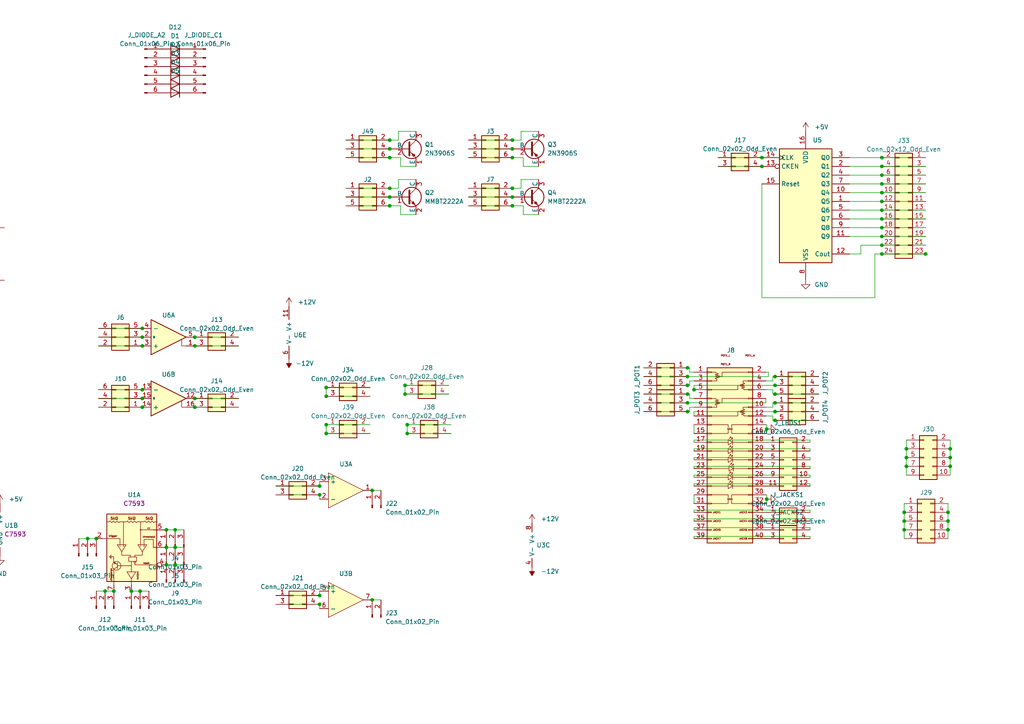
<source format=kicad_sch>
(kicad_sch (version 20230121) (generator eeschema)
  (paper "A4")
  (lib_symbols
    (symbol "Connector:Conn_01x02_Pin" (pin_names (offset 1.016) hide)
      (property "Reference" "J" (at 0 2.54 0))
      (property "Value" "Conn_01x02_Pin" (at 0 -5.08 0))
      (symbol "Conn_01x02_Pin_1_1"
        (pin passive line (at 5.08 0 180) (length 3.81) (name "Pin_1") (number "1"))
        (pin passive line (at 5.08 -2.54 180) (length 3.81) (name "Pin_2") (number "2"))
      )
    )
    (symbol "Connector:Conn_01x03_Pin" (pin_names (offset 1.016) hide)
      (property "Reference" "J" (at 0 5.08 0))
      (property "Value" "Conn_01x03_Pin" (at 0 -5.08 0))
      (symbol "Conn_01x03_Pin_1_1"
        (pin passive line (at 5.08 2.54 180) (length 3.81) (name "Pin_1") (number "1"))
        (pin passive line (at 5.08 0 180) (length 3.81) (name "Pin_2") (number "2"))
        (pin passive line (at 5.08 -2.54 180) (length 3.81) (name "Pin_3") (number "3"))
      )
    )
    (symbol "Connector:Conn_01x06_Pin" (pin_names (offset 1.016) hide)
      (property "Reference" "J" (at 0 7.62 0))
      (property "Value" "Conn_01x06_Pin" (at 0 -10.16 0))
      (symbol "Conn_01x06_Pin_1_1"
        (pin passive line (at 5.08 5.08 180) (length 3.81) (name "Pin_1") (number "1"))
        (pin passive line (at 5.08 2.54 180) (length 3.81) (name "Pin_2") (number "2"))
        (pin passive line (at 5.08 0 180) (length 3.81) (name "Pin_3") (number "3"))
        (pin passive line (at 5.08 -2.54 180) (length 3.81) (name "Pin_4") (number "4"))
        (pin passive line (at 5.08 -5.08 180) (length 3.81) (name "Pin_5") (number "5"))
        (pin passive line (at 5.08 -7.62 180) (length 3.81) (name "Pin_6") (number "6"))
      )
    )
    (symbol "Connector_Generic:Conn_02x02_Odd_Even" (pin_names (offset 1.016) hide)
      (property "Reference" "J" (at 1.27 2.54 0))
      (property "Value" "Conn_02x02_Odd_Even" (at 1.27 -5.08 0))
      (symbol "Conn_02x02_Odd_Even_1_1"
        (pin passive line (at -5.08 0 0) (length 3.81) (name "Pin_1") (number "1"))
        (pin passive line (at 7.62 0 180) (length 3.81) (name "Pin_2") (number "2"))
        (pin passive line (at -5.08 -2.54 0) (length 3.81) (name "Pin_3") (number "3"))
        (pin passive line (at 7.62 -2.54 180) (length 3.81) (name "Pin_4") (number "4"))
      )
    )
    (symbol "Connector_Generic:Conn_02x06_Odd_Even" (pin_names (offset 1.016) hide)
      (property "Reference" "J" (at 1.27 7.62 0))
      (property "Value" "Conn_02x06_Odd_Even" (at 1.27 -10.16 0))
      (symbol "Conn_02x06_Odd_Even_1_1"
        (pin passive line (at -5.08 5.08 0) (length 3.81) (name "Pin_1") (number "1"))
        (pin passive line (at 7.62 -5.08 180) (length 3.81) (name "Pin_10") (number "10"))
        (pin passive line (at -5.08 -7.62 0) (length 3.81) (name "Pin_11") (number "11"))
        (pin passive line (at 7.62 -7.62 180) (length 3.81) (name "Pin_12") (number "12"))
        (pin passive line (at 7.62 5.08 180) (length 3.81) (name "Pin_2") (number "2"))
        (pin passive line (at -5.08 2.54 0) (length 3.81) (name "Pin_3") (number "3"))
        (pin passive line (at 7.62 2.54 180) (length 3.81) (name "Pin_4") (number "4"))
        (pin passive line (at -5.08 0 0) (length 3.81) (name "Pin_5") (number "5"))
        (pin passive line (at 7.62 0 180) (length 3.81) (name "Pin_6") (number "6"))
        (pin passive line (at -5.08 -2.54 0) (length 3.81) (name "Pin_7") (number "7"))
        (pin passive line (at 7.62 -2.54 180) (length 3.81) (name "Pin_8") (number "8"))
        (pin passive line (at -5.08 -5.08 0) (length 3.81) (name "Pin_9") (number "9"))
      )
    )
    (symbol "Connector_Generic:Conn_02x12_Odd_Even" (pin_names (offset 1.016) hide)
      (property "Reference" "J" (at 1.27 15.24 0))
      (property "Value" "Conn_02x12_Odd_Even" (at 1.27 -17.78 0))
      (symbol "Conn_02x12_Odd_Even_1_1"
        (pin passive line (at -5.08 12.7 0) (length 3.81) (name "Pin_1") (number "1"))
        (pin passive line (at 7.62 2.54 180) (length 3.81) (name "Pin_10") (number "10"))
        (pin passive line (at -5.08 0 0) (length 3.81) (name "Pin_11") (number "11"))
        (pin passive line (at 7.62 0 180) (length 3.81) (name "Pin_12") (number "12"))
        (pin passive line (at -5.08 -2.54 0) (length 3.81) (name "Pin_13") (number "13"))
        (pin passive line (at 7.62 -2.54 180) (length 3.81) (name "Pin_14") (number "14"))
        (pin passive line (at -5.08 -5.08 0) (length 3.81) (name "Pin_15") (number "15"))
        (pin passive line (at 7.62 -5.08 180) (length 3.81) (name "Pin_16") (number "16"))
        (pin passive line (at -5.08 -7.62 0) (length 3.81) (name "Pin_17") (number "17"))
        (pin passive line (at 7.62 -7.62 180) (length 3.81) (name "Pin_18") (number "18"))
        (pin passive line (at -5.08 -10.16 0) (length 3.81) (name "Pin_19") (number "19"))
        (pin passive line (at 7.62 12.7 180) (length 3.81) (name "Pin_2") (number "2"))
        (pin passive line (at 7.62 -10.16 180) (length 3.81) (name "Pin_20") (number "20"))
        (pin passive line (at -5.08 -12.7 0) (length 3.81) (name "Pin_21") (number "21"))
        (pin passive line (at 7.62 -12.7 180) (length 3.81) (name "Pin_22") (number "22"))
        (pin passive line (at -5.08 -15.24 0) (length 3.81) (name "Pin_23") (number "23"))
        (pin passive line (at 7.62 -15.24 180) (length 3.81) (name "Pin_24") (number "24"))
        (pin passive line (at -5.08 10.16 0) (length 3.81) (name "Pin_3") (number "3"))
        (pin passive line (at 7.62 10.16 180) (length 3.81) (name "Pin_4") (number "4"))
        (pin passive line (at -5.08 7.62 0) (length 3.81) (name "Pin_5") (number "5"))
        (pin passive line (at 7.62 7.62 180) (length 3.81) (name "Pin_6") (number "6"))
        (pin passive line (at -5.08 5.08 0) (length 3.81) (name "Pin_7") (number "7"))
        (pin passive line (at 7.62 5.08 180) (length 3.81) (name "Pin_8") (number "8"))
        (pin passive line (at -5.08 2.54 0) (length 3.81) (name "Pin_9") (number "9"))
      )
    )
    (symbol "EuroRackTools:1N4148WS" (pin_numbers hide) (pin_names (offset 1.016) hide)
      (property "Reference" "D" (at 0 2.54 0))
      (property "Value" "1N4148WS" (at 0 -2.54 0))
      (symbol "1N4148WS_1_1"
        (pin passive line (at -3.81 0 0) (length 2.54) (name "K") (number "1"))
        (pin passive line (at 3.81 0 180) (length 2.54) (name "A") (number "2"))
      )
    )
    (symbol "EuroRackTools:2N3906S" (pin_names (offset 0))
      (property "Reference" "Q" (at 5.08 1.27 0))
      (property "Value" "2N3906S" (at 5.08 -1.27 0))
      (symbol "2N3906S_1_1"
        (pin passive line (at 2.54 -5.08 90) (length 2.54) (name "E") (number "1"))
        (pin input line (at -5.08 0 0) (length 5.715) (name "B") (number "2"))
        (pin passive line (at 2.54 5.08 270) (length 2.54) (name "C") (number "3"))
      )
    )
    (symbol "EuroRackTools:4017bm"
      (property "Reference" "U" (at 0 1.27 0))
      (symbol "4017bm_1_0"
        (pin output line (at 12.7 2.54 180) (length 5.08) (name "Q5") (number "1"))
        (pin output line (at 12.7 5.08 180) (length 5.08) (name "Q4") (number "10"))
        (pin output line (at 12.7 -7.62 180) (length 5.08) (name "Q9") (number "11"))
        (pin output line (at 12.7 -12.7 180) (length 5.08) (name "Cout") (number "12"))
        (pin input inverted (at -12.7 12.7 0) (length 5.08) (name "CKEN") (number "13"))
        (pin input clock (at -12.7 15.24 0) (length 5.08) (name "CLK") (number "14"))
        (pin input line (at -12.7 7.62 0) (length 5.08) (name "Reset") (number "15"))
        (pin power_in line (at 0 22.86 270) (length 5.08) (name "VDD") (number "16"))
        (pin output line (at 12.7 12.7 180) (length 5.08) (name "Q1") (number "2"))
        (pin output line (at 12.7 15.24 180) (length 5.08) (name "Q0") (number "3"))
        (pin output line (at 12.7 10.16 180) (length 5.08) (name "Q2") (number "4"))
        (pin output line (at 12.7 0 180) (length 5.08) (name "Q6") (number "5"))
        (pin output line (at 12.7 -2.54 180) (length 5.08) (name "Q7") (number "6"))
        (pin output line (at 12.7 7.62 180) (length 5.08) (name "Q3") (number "7"))
        (pin power_in line (at 0 -20.32 90) (length 5.08) (name "VSS") (number "8"))
        (pin output line (at 12.7 -5.08 180) (length 5.08) (name "Q8") (number "9"))
      )
    )
    (symbol "EuroRackTools:MMBT2222A" (pin_names (offset 0))
      (property "Reference" "Q" (at 5.08 1.27 0))
      (property "Value" "MMBT2222A" (at 12.7 -2.032 0))
      (symbol "MMBT2222A_1_1"
        (pin input line (at -5.08 0 0) (length 5.715) (name "B") (number "1"))
        (pin passive line (at 2.54 -5.08 90) (length 2.54) (name "E") (number "2"))
        (pin passive line (at 2.54 5.08 270) (length 2.54) (name "C") (number "3"))
      )
    )
    (symbol "EuroRackTools:NE555DR"
      (property "Reference" "U" (at 2.54 3.556 0))
      (property "LCSC" "C7593" (at 0 0 0))
      (symbol "NE555DR_1_0"
        (text "5kΩ" (at -2.413 8.382 0) (effects (font (size 0.75 0.75))))
        (text "5kΩ" (at 2.667 8.382 0) (effects (font (size 0.75 0.75))))
        (text "5kΩ" (at 7.747 8.382 0) (effects (font (size 0.75 0.75))))
        (text "cv" (at 7.62 5.588 0) (effects (font (size 0.5 0.5))))
        (text "discharge" (at -3.302 -7.874 900) (effects (font (size 0.5 0.5))))
        (text "output" (at 4.318 -8.128 900) (effects (font (size 0.5 0.5))))
        (text "reset" (at 6.858 -4.572 0) (effects (font (size 0.5 0.5))))
        (text "threshold" (at 7.62 3.048 0) (effects (font (size 0.5 0.5))))
        (text "trigger" (at -2.794 3.302 0) (effects (font (size 0.5 0.5))))
      )
      (symbol "NE555DR_1_1"
        (pin input line (at -7.62 2.54 0) (length 1.75) (name "") (number "2"))
        (pin output line (at 2.54 -12.7 90) (length 1.75) (name "") (number "3"))
        (pin input inverted (at 12.7 -5.08 180) (length 2.65) (name "") (number "4"))
        (pin input line (at 12.7 5.08 180) (length 3.81) (name "") (number "5"))
        (pin input line (at 12.7 0 180) (length 3.81) (name "") (number "6"))
        (pin input line (at -2.54 -12.7 90) (length 1.75) (name "") (number "7"))
      )
      (symbol "NE555DR_2_0"
        (pin power_in line (at 0 -5.08 90) (length 2.54) (name "GND") (number "1"))
        (pin power_in line (at 0 10.16 270) (length 2.54) (name "V+") (number "8"))
      )
    )
    (symbol "EuroRackTools:TL072"
      (property "Reference" "U" (at -1.27 0 0))
      (symbol "TL072_1_1"
        (pin output line (at 7.62 0 180) (length 2.54) (name "") (number "1"))
        (pin input line (at -7.62 -2.54 0) (length 2.54) (name "-") (number "2"))
        (pin input line (at -7.62 2.54 0) (length 2.54) (name "+") (number "3"))
      )
      (symbol "TL072_2_1"
        (pin input line (at -7.62 2.54 0) (length 2.54) (name "+") (number "5"))
        (pin input line (at -7.62 -2.54 0) (length 2.54) (name "-") (number "6"))
        (pin output line (at 7.62 0 180) (length 2.54) (name "") (number "7"))
      )
      (symbol "TL072_3_0"
        (pin power_in line (at -2.54 -6.35 90) (length 2.54) (name "V-") (number "4"))
        (pin power_in line (at -2.54 6.35 270) (length 2.54) (name "V+") (number "8"))
      )
    )
    (symbol "PCM_EuroRackTools:02x03" (pin_names (offset 1.016) hide)
      (property "Reference" "J" (at 1.27 5.08 0))
      (symbol "02x03_1_1"
        (pin passive line (at -5.08 2.54 0) (length 3.81) (name "Pin_1") (number "1"))
        (pin passive line (at 7.62 2.54 180) (length 3.81) (name "Pin_2") (number "2"))
        (pin passive line (at -5.08 0 0) (length 3.81) (name "Pin_3") (number "3"))
        (pin passive line (at 7.62 0 180) (length 3.81) (name "Pin_4") (number "4"))
        (pin passive line (at -5.08 -2.54 0) (length 3.81) (name "Pin_5") (number "5"))
        (pin passive line (at 7.62 -2.54 180) (length 3.81) (name "Pin_6") (number "6"))
      )
    )
    (symbol "PCM_EuroRackTools:02x05" (pin_names (offset 1.016) hide)
      (property "Reference" "J" (at 1.27 7.62 0))
      (symbol "02x05_1_1"
        (pin passive line (at -5.08 5.08 0) (length 3.81) (name "Pin_1") (number "1"))
        (pin passive line (at 7.62 -5.08 180) (length 3.81) (name "Pin_10") (number "10"))
        (pin passive line (at 7.62 5.08 180) (length 3.81) (name "Pin_2") (number "2"))
        (pin passive line (at -5.08 2.54 0) (length 3.81) (name "Pin_3") (number "3"))
        (pin passive line (at 7.62 2.54 180) (length 3.81) (name "Pin_4") (number "4"))
        (pin passive line (at -5.08 0 0) (length 3.81) (name "Pin_5") (number "5"))
        (pin passive line (at 7.62 0 180) (length 3.81) (name "Pin_6") (number "6"))
        (pin passive line (at -5.08 -2.54 0) (length 3.81) (name "Pin_7") (number "7"))
        (pin passive line (at 7.62 -2.54 180) (length 3.81) (name "Pin_8") (number "8"))
        (pin passive line (at -5.08 -5.08 0) (length 3.81) (name "Pin_9") (number "9"))
      )
    )
    (symbol "PCM_EuroRackTools:EuroPower16" (pin_names (offset 1.016) hide)
      (property "Reference" "J" (at 1.27 10.16 0))
      (symbol "EuroPower16_0_0"
        (text "+12v" (at 1.27 0 0) (effects (font (size 0.8 0.8))))
        (text "+5v" (at 1.27 2.54 0) (effects (font (size 0.8 0.8))))
        (text "-12v" (at 1.27 -10.16 0) (effects (font (size 0.8 0.8))))
        (text "CV" (at 1.27 5.08 0) (effects (font (size 0.8 0.8))))
        (text "GATE" (at 1.27 7.62 0) (effects (font (size 0.8 0.8))))
        (text "GND" (at 1.27 -7.62 0) (effects (font (size 0.8 0.8))))
        (text "GND" (at 1.27 -5.08 0) (effects (font (size 0.8 0.8))))
        (text "GND" (at 1.27 -2.54 0) (effects (font (size 0.8 0.8))))
      )
      (symbol "EuroPower16_1_1"
        (pin power_out line (at 7.62 -10.16 180) (length 3.81) (name "-12v_R") (number "1"))
        (pin power_out line (at -5.08 0 0) (length 3.81) (name "+12V_L") (number "10"))
        (pin power_out line (at 7.62 2.54 180) (length 3.81) (name "+5v_R") (number "11"))
        (pin power_out line (at -5.08 2.54 0) (length 3.81) (name "+5v_L") (number "12"))
        (pin passive line (at 7.62 5.08 180) (length 3.81) (name "CV_R") (number "13"))
        (pin passive line (at -5.08 5.08 0) (length 3.81) (name "CV_L") (number "14"))
        (pin passive line (at 7.62 7.62 180) (length 3.81) (name "GATE_R") (number "15"))
        (pin passive line (at -5.08 7.62 0) (length 3.81) (name "GATE_L") (number "16"))
        (pin power_out line (at -5.08 -10.16 0) (length 3.81) (name "-12v_L") (number "2"))
        (pin power_out line (at 7.62 -7.62 180) (length 3.81) (name "GND") (number "3"))
        (pin power_out line (at -5.08 -7.62 0) (length 3.81) (name "GND") (number "4"))
        (pin power_out line (at 7.62 -5.08 180) (length 3.81) (name "GND_R3") (number "5"))
        (pin power_out line (at -5.08 -5.08 0) (length 3.81) (name "GND_L3") (number "6"))
        (pin power_out line (at 7.62 -2.54 180) (length 3.81) (name "GND_R2") (number "7"))
        (pin power_out line (at -5.08 -2.54 0) (length 3.81) (name "GND_L2") (number "8"))
        (pin power_out line (at 7.62 0 180) (length 3.81) (name "+12V_R") (number "9"))
      )
    )
    (symbol "PCM_EuroRackTools:XL13700"
      (property "Reference" "U" (at -1.27 0 0))
      (symbol "XL13700_1_1"
        (pin input line (at 7.62 -2.54 180) (length 2.54) (name "~") (number "1"))
        (pin input line (at -7.62 0 0) (length 2.54) (name "D") (number "2"))
        (pin input line (at -7.62 -2.54 0) (length 2.54) (name "+") (number "3"))
        (pin input line (at -7.62 2.54 0) (length 2.54) (name "-") (number "4"))
        (pin output line (at 7.62 0 180) (length 2.54) (name "~") (number "5"))
      )
      (symbol "XL13700_2_1"
        (pin output line (at 7.62 0 180) (length 2.54) (name "~") (number "12"))
        (pin input line (at -7.62 2.54 0) (length 2.54) (name "-") (number "13"))
        (pin input line (at -7.62 -2.54 0) (length 2.54) (name "+") (number "14"))
        (pin input line (at -7.62 0 0) (length 2.54) (name "D") (number "15"))
        (pin input line (at 7.62 -2.54 180) (length 2.54) (name "~") (number "16"))
      )
      (symbol "XL13700_3_1"
        (text "V+" (at -2.54 3.81 0) (effects (font (size 1.27 1.27))))
        (pin input line (at -7.62 0 0) (length 3.81) (name "~") (number "7"))
        (pin output line (at 2.54 -2.54 180) (length 3.81) (name "~") (number "8"))
      )
      (symbol "XL13700_4_1"
        (text "V+" (at -2.54 3.81 0) (effects (font (size 1.27 1.27))))
        (pin input line (at -7.62 0 0) (length 3.81) (name "~") (number "10"))
        (pin output line (at 2.54 -2.54 180) (length 3.81) (name "~") (number "9"))
      )
      (symbol "XL13700_5_1"
        (pin power_in line (at -2.54 7.62 270) (length 3.81) (name "V+") (number "11"))
        (pin power_in line (at -2.54 -7.62 90) (length 3.81) (name "V-") (number "6"))
      )
    )
    (symbol "PCM_EuroRackTools:male 02x20" (pin_names (offset 1.016) hide)
      (property "Reference" "J" (at 1.27 25.4 0))
      (symbol "male 02x20_0_1"
        (text "GND" (at 5.334 -13.97 0) (effects (font (size 0.5 0.5))))
        (text "GND" (at 5.334 6.35 0) (effects (font (size 0.5 0.5))))
        (text "JACK1" (at 1.524 -17.78 0) (effects (font (size 0.5 0.5))))
        (text "JACK2" (at 9.144 -17.78 0) (effects (font (size 0.5 0.5))))
        (text "JACK3" (at 1.524 -20.32 0) (effects (font (size 0.5 0.5))))
        (text "JACK4" (at 9.144 -20.32 0) (effects (font (size 0.5 0.5))))
        (text "JACK5" (at 1.524 -22.86 0) (effects (font (size 0.5 0.5))))
        (text "JACK6" (at 9.144 -22.86 0) (effects (font (size 0.5 0.5))))
        (text "JACK7" (at 1.524 -25.4 0) (effects (font (size 0.5 0.5))))
        (text "JACK8" (at 9.144 -25.4 0) (effects (font (size 0.5 0.5))))
        (text "POT1_L" (at 4.064 27.686 0) (effects (font (size 0.5 0.5))))
        (text "POT1_R" (at 4.064 25.146 0) (effects (font (size 0.5 0.5))))
        (text "POT1_W" (at 11.176 27.686 0) (effects (font (size 0.5 0.5))))
      )
      (symbol "male 02x20_1_1"
        (pin passive line (at -5.08 22.86 0) (length 3.81) (name "Pin_1") (number "1"))
        (pin passive line (at 15.748 12.7 180) (length 3.81) (name "Pin_10") (number "10"))
        (pin passive line (at -5.08 10.16 0) (length 3.81) (name "Pin_11") (number "11"))
        (pin passive line (at 15.748 10.16 180) (length 3.81) (name "Pin_12") (number "12"))
        (pin passive line (at -5.08 7.62 0) (length 3.81) (name "Pin_13") (number "13"))
        (pin passive line (at 15.748 7.62 180) (length 3.81) (name "Pin_14") (number "14"))
        (pin passive line (at -5.08 5.08 0) (length 3.81) (name "Pin_15") (number "15"))
        (pin passive line (at 15.748 5.08 180) (length 3.81) (name "Pin_16") (number "16"))
        (pin passive line (at -5.08 2.54 0) (length 3.81) (name "Pin_17") (number "17"))
        (pin passive line (at 15.748 2.54 180) (length 3.81) (name "Pin_18") (number "18"))
        (pin passive line (at -5.08 0 0) (length 3.81) (name "Pin_19") (number "19"))
        (pin passive line (at 15.748 22.86 180) (length 3.81) (name "Pin_2") (number "2"))
        (pin passive line (at 15.748 0 180) (length 3.81) (name "Pin_20") (number "20"))
        (pin passive line (at -5.08 -2.54 0) (length 3.81) (name "Pin_21") (number "21"))
        (pin passive line (at 15.748 -2.54 180) (length 3.81) (name "Pin_22") (number "22"))
        (pin passive line (at -5.08 -5.08 0) (length 3.81) (name "Pin_23") (number "23"))
        (pin passive line (at 15.748 -5.08 180) (length 3.81) (name "Pin_24") (number "24"))
        (pin passive line (at -5.08 -7.62 0) (length 3.81) (name "Pin_25") (number "25"))
        (pin passive line (at 15.748 -7.62 180) (length 3.81) (name "Pin_26") (number "26"))
        (pin passive line (at -5.08 -10.16 0) (length 3.81) (name "Pin_27") (number "27"))
        (pin passive line (at 15.748 -10.16 180) (length 3.81) (name "Pin_28") (number "28"))
        (pin passive line (at -5.08 -12.7 0) (length 3.81) (name "Pin_29") (number "29"))
        (pin passive line (at -5.08 20.32 0) (length 3.81) (name "Pin_3") (number "3"))
        (pin passive line (at 15.748 -12.7 180) (length 3.81) (name "Pin_30") (number "30"))
        (pin passive line (at -5.08 -15.24 0) (length 3.81) (name "Pin_31") (number "31"))
        (pin passive line (at 15.748 -15.24 180) (length 3.81) (name "Pin_32") (number "32"))
        (pin passive line (at -5.08 -17.78 0) (length 3.81) (name "Pin_33") (number "33"))
        (pin passive line (at 15.748 -17.78 180) (length 3.81) (name "Pin_34") (number "34"))
        (pin passive line (at -5.08 -20.32 0) (length 3.81) (name "Pin_35") (number "35"))
        (pin passive line (at 15.748 -20.32 180) (length 3.81) (name "Pin_36") (number "36"))
        (pin passive line (at -5.08 -22.86 0) (length 3.81) (name "Pin_37") (number "37"))
        (pin passive line (at 15.748 -22.86 180) (length 3.81) (name "Pin_38") (number "38"))
        (pin passive line (at -5.08 -25.4 0) (length 3.81) (name "Pin_39") (number "39"))
        (pin passive line (at 15.748 20.32 180) (length 3.81) (name "Pin_4") (number "4"))
        (pin passive line (at 15.748 -25.4 180) (length 3.81) (name "Pin_40") (number "40"))
        (pin passive line (at -5.08 17.78 0) (length 3.81) (name "Pin_5") (number "5"))
        (pin passive line (at 15.748 17.78 180) (length 3.81) (name "Pin_6") (number "6"))
        (pin passive line (at -5.08 15.24 0) (length 3.81) (name "Pin_7") (number "7"))
        (pin passive line (at 15.748 15.24 180) (length 3.81) (name "Pin_8") (number "8"))
        (pin passive line (at -5.08 12.7 0) (length 3.81) (name "Pin_9") (number "9"))
      )
    )
    (symbol "power:+12V" (power) (pin_names (offset 0))
      (property "Value" "+12V" (at 0 3.556 0))
      (symbol "+12V_1_1"
        (pin power_in line (at 0 0 90) (length 0) hide (name "+12V") (number "1"))
      )
    )
    (symbol "power:+5V" (power) (pin_names (offset 0))
      (property "Value" "+5V" (at 0 3.556 0))
      (symbol "+5V_1_1"
        (pin power_in line (at 0 0 90) (length 0) hide (name "+5V") (number "1"))
      )
    )
    (symbol "power:-12V" (power) (pin_names (offset 0))
      (property "Value" "-12V" (at 0 3.81 0))
      (symbol "-12V_0_0"
        (pin power_in line (at 0 0 90) (length 0) hide (name "-12V") (number "1"))
      )
    )
    (symbol "power:GND" (power) (pin_names (offset 0))
      (property "Value" "GND" (at 0 -3.81 0))
      (symbol "GND_1_1"
        (pin power_in line (at 0 0 270) (length 0) hide (name "GND") (number "1"))
      )
    )
  )
  (junction (at 113.03 59.69))
  (junction (at 148.59 40.64))
  (junction (at 222.377 124.46))
  (junction (at 224.79 116.84))
  (junction (at 255.778 71.12))
  (junction (at 262.89 130.175))
  (junction (at 148.59 59.69))
  (junction (at 347.345 133.35))
  (junction (at 148.59 54.61))
  (junction (at 383.54 145.034))
  (junction (at 56.515 100.33))
  (junction (at 370.84 145.034))
  (junction (at 113.03 40.64))
  (junction (at 334.645 133.35))
  (junction (at 255.778 60.96))
  (junction (at 27.94 156.21))
  (junction (at 325.755 111.76))
  (junction (at 383.54 150.114))
  (junction (at 275.59 130.175))
  (junction (at 358.14 90.805))
  (junction (at 383.54 139.954))
  (junction (at 50.8 163.83))
  (junction (at 224.79 109.22))
  (junction (at 201.295 113.03))
  (junction (at 48.26 153.67))
  (junction (at 338.455 111.76))
  (junction (at 113.03 57.15))
  (junction (at 40.64 171.45))
  (junction (at 255.778 58.42))
  (junction (at 41.275 100.33))
  (junction (at 262.89 135.255))
  (junction (at 347.345 135.89))
  (junction (at 113.03 45.72))
  (junction (at 33.02 171.45))
  (junction (at 275.59 132.715))
  (junction (at 268.478 73.66))
  (junction (at 56.515 97.79))
  (junction (at 199.39 114.3))
  (junction (at 148.59 57.15))
  (junction (at 41.275 97.79))
  (junction (at 199.39 109.22))
  (junction (at 92.71 172.72))
  (junction (at 41.275 95.25))
  (junction (at 274.955 151.13))
  (junction (at 199.39 119.38))
  (junction (at 338.455 109.22))
  (junction (at 38.1 171.45))
  (junction (at 262.255 151.13))
  (junction (at 224.79 114.3))
  (junction (at 92.71 143.51))
  (junction (at 93.98 255.27))
  (junction (at 94.615 123.19))
  (junction (at 334.645 130.81))
  (junction (at 347.345 138.43))
  (junction (at 220.98 45.72))
  (junction (at 255.778 48.26))
  (junction (at 113.03 54.61))
  (junction (at 199.39 116.84))
  (junction (at 347.345 130.81))
  (junction (at 262.255 153.67))
  (junction (at 117.475 111.76))
  (junction (at 255.778 45.72))
  (junction (at 347.345 128.27))
  (junction (at 50.8 158.75))
  (junction (at 370.84 88.265))
  (junction (at 383.54 147.574))
  (junction (at 56.515 118.11))
  (junction (at 255.778 63.5))
  (junction (at 199.39 111.76))
  (junction (at 107.95 173.99))
  (junction (at 107.95 142.24))
  (junction (at 30.48 171.45))
  (junction (at 370.84 100.965))
  (junction (at 117.475 114.3))
  (junction (at 255.778 73.66))
  (junction (at 48.26 158.75))
  (junction (at 109.22 224.79))
  (junction (at 148.59 43.18))
  (junction (at 255.778 55.88))
  (junction (at 41.275 118.11))
  (junction (at 109.22 256.54))
  (junction (at 94.615 114.935))
  (junction (at 338.455 116.84))
  (junction (at 370.84 142.494))
  (junction (at 148.59 45.72))
  (junction (at 338.455 106.68))
  (junction (at 370.84 98.425))
  (junction (at 255.778 53.34))
  (junction (at 222.377 144.78))
  (junction (at 275.59 135.255))
  (junction (at 358.14 93.345))
  (junction (at 274.955 148.59))
  (junction (at 338.455 114.3))
  (junction (at 93.98 257.81))
  (junction (at 224.79 121.92))
  (junction (at 25.4 156.21))
  (junction (at 224.79 111.76))
  (junction (at 92.71 140.97))
  (junction (at 262.255 148.59))
  (junction (at 93.98 223.52))
  (junction (at 255.778 66.04))
  (junction (at 224.79 119.38))
  (junction (at 113.03 43.18))
  (junction (at 56.515 115.57))
  (junction (at 325.755 109.22))
  (junction (at 41.275 115.57))
  (junction (at 255.778 50.8))
  (junction (at 94.615 112.395))
  (junction (at 48.26 163.83))
  (junction (at 41.275 113.03))
  (junction (at 255.778 68.58))
  (junction (at 199.39 106.68))
  (junction (at 92.71 175.26))
  (junction (at 383.54 142.494))
  (junction (at 118.11 123.19))
  (junction (at 118.11 125.73))
  (junction (at 358.14 95.885))
  (junction (at 274.955 153.67))
  (junction (at 220.98 48.26))
  (junction (at 370.84 93.345))
  (junction (at 262.89 132.715))
  (junction (at 50.8 153.67))
  (junction (at 94.615 125.73))
  (junction (at 93.98 226.06))
  (wire (pts (xy 201.295 146.05) (xy 201.295 143.51)))
  (wire (pts (xy 115.57 52.07) (xy 115.57 54.61)))
  (wire (pts (xy 234.95 140.97) (xy 234.95 140.335)))
  (wire (pts (xy 262.255 153.67) (xy 262.255 156.21)))
  (wire (pts (xy 274.955 148.59) (xy 274.955 151.13)))
  (wire (pts (xy 116.205 59.69) (xy 113.03 59.69)))
  (wire (pts (xy 383.54 142.494) (xy 383.54 145.034)))
  (wire (pts (xy 50.8 153.67) (xy 53.34 153.67)))
  (wire (pts (xy 199.39 119.38) (xy 200.025 119.38)))
  (wire (pts (xy 200.025 106.68) (xy 200.025 107.95)))
  (wire (pts (xy 334.645 128.27) (xy 347.345 128.27)))
  (wire (pts (xy 151.13 38.1) (xy 151.13 40.64)))
  (wire (pts (xy 201.295 153.035) (xy 201.295 153.67)))
  (wire (pts (xy 116.205 45.72) (xy 113.03 45.72)))
  (wire (pts (xy 151.765 59.69) (xy 148.59 59.69)))
  (wire (pts (xy 262.89 130.175) (xy 262.89 132.715)))
  (wire (pts (xy 92.71 175.26) (xy 92.71 176.53)))
  (wire (pts (xy 370.84 139.954) (xy 383.54 139.954)))
  (wire (pts (xy 200.025 115.57) (xy 201.295 115.57)))
  (wire (pts (xy 347.345 130.81) (xy 347.345 133.35)))
  (wire (pts (xy 222.123 130.81) (xy 222.25 130.81)))
  (wire (pts (xy 234.95 132.715) (xy 201.295 132.715)))
  (wire (pts (xy 220.98 53.34) (xy 220.98 86.36)))
  (wire (pts (xy 246.38 48.26) (xy 255.778 48.26)))
  (wire (pts (xy 120.65 62.23) (xy 116.205 62.23)))
  (wire (pts (xy 234.95 153.67) (xy 234.95 153.035)))
  (wire (pts (xy 186.69 111.76) (xy 199.39 111.76)))
  (wire (pts (xy 222.123 151.13) (xy 222.25 151.13)))
  (wire (pts (xy 115.57 40.64) (xy 113.03 40.64)))
  (wire (pts (xy 262.89 132.715) (xy 262.89 135.255)))
  (wire (pts (xy 222.123 115.57) (xy 222.123 116.84)))
  (wire (pts (xy 338.455 109.22) (xy 338.455 111.76)))
  (wire (pts (xy 120.65 52.07) (xy 115.57 52.07)))
  (wire (pts (xy 274.955 151.13) (xy 274.955 153.67)))
  (wire (pts (xy 370.84 142.494) (xy 370.84 145.034)))
  (wire (pts (xy 224.79 119.38) (xy 201.295 119.38)))
  (wire (pts (xy 81.28 226.06) (xy 93.98 226.06)))
  (wire (pts (xy 234.95 130.175) (xy 201.295 130.175)))
  (wire (pts (xy 358.14 100.965) (xy 370.84 100.965)))
  (wire (pts (xy 40.64 171.45) (xy 43.18 171.45)))
  (wire (pts (xy 201.295 111.76) (xy 201.295 113.03)))
  (wire (pts (xy 80.01 175.26) (xy 92.71 175.26)))
  (wire (pts (xy 92.71 140.97) (xy 80.01 140.97)))
  (wire (pts (xy 255.778 68.58) (xy 268.478 68.58)))
  (wire (pts (xy 246.38 66.04) (xy 255.778 66.04)))
  (wire (pts (xy 255.778 45.72) (xy 268.478 45.72)))
  (wire (pts (xy 222.123 125.73) (xy 222.377 125.73)))
  (wire (pts (xy 118.11 125.73) (xy 130.81 125.73)))
  (wire (pts (xy 200.025 119.38) (xy 200.025 118.11)))
  (wire (pts (xy 224.79 119.38) (xy 237.49 119.38)))
  (wire (pts (xy 201.295 155.575) (xy 201.295 156.21)))
  (wire (pts (xy 48.26 163.83) (xy 50.8 163.83)))
  (wire (pts (xy 222.377 144.78) (xy 222.377 146.05)))
  (wire (pts (xy 151.13 54.61) (xy 148.59 54.61)))
  (wire (pts (xy 93.98 222.25) (xy 93.98 223.52)))
  (wire (pts (xy 201.295 147.955) (xy 201.295 148.59)))
  (wire (pts (xy 186.69 114.3) (xy 199.39 114.3)))
  (wire (pts (xy 246.38 73.66) (xy 249.682 73.66)))
  (wire (pts (xy 117.475 114.3) (xy 130.175 114.3)))
  (wire (pts (xy 200.025 114.3) (xy 200.025 115.57)))
  (wire (pts (xy 48.26 158.75) (xy 50.8 158.75)))
  (wire (pts (xy 115.57 54.61) (xy 113.03 54.61)))
  (wire (pts (xy 224.79 109.22) (xy 237.49 109.22)))
  (wire (pts (xy 222.123 118.11) (xy 224.155 118.11)))
  (wire (pts (xy 130.81 123.19) (xy 118.11 123.19)))
  (wire (pts (xy 234.95 128.27) (xy 234.95 127.635)))
  (wire (pts (xy 113.03 54.61) (xy 100.33 54.61)))
  (wire (pts (xy 107.95 173.99) (xy 110.49 173.99)))
  (wire (pts (xy 253.746 86.36) (xy 253.746 73.66)))
  (wire (pts (xy 325.755 114.3) (xy 338.455 114.3)))
  (wire (pts (xy 120.65 48.26) (xy 116.205 48.26)))
  (wire (pts (xy 151.13 40.64) (xy 148.59 40.64)))
  (wire (pts (xy 27.94 171.45) (xy 30.48 171.45)))
  (wire (pts (xy 94.615 112.395) (xy 94.615 114.935)))
  (wire (pts (xy 275.59 132.715) (xy 275.59 135.255)))
  (wire (pts (xy 80.01 143.51) (xy 92.71 143.51)))
  (wire (pts (xy 92.71 172.72) (xy 80.01 172.72)))
  (wire (pts (xy 28.575 118.11) (xy 41.275 118.11)))
  (wire (pts (xy 135.89 57.15) (xy 148.59 57.15)))
  (wire (pts (xy 234.95 148.59) (xy 234.95 147.955)))
  (wire (pts (xy 201.295 127.635) (xy 201.295 128.27)))
  (wire (pts (xy 50.8 163.83) (xy 53.34 163.83)))
  (wire (pts (xy 325.755 111.76) (xy 338.455 111.76)))
  (wire (pts (xy 93.98 223.52) (xy 81.28 223.52)))
  (wire (pts (xy 201.295 140.335) (xy 201.295 140.97)))
  (wire (pts (xy 358.14 90.805) (xy 358.14 93.345)))
  (wire (pts (xy 48.26 163.83) (xy 48.26 165.1)))
  (wire (pts (xy 224.79 121.92) (xy 237.49 121.92)))
  (wire (pts (xy 222.123 146.05) (xy 222.377 146.05)))
  (wire (pts (xy 38.1 171.45) (xy 40.64 171.45)))
  (wire (pts (xy 224.79 109.22) (xy 224.155 109.22)))
  (wire (pts (xy 268.478 73.66) (xy 268.732 73.66)))
  (wire (pts (xy 109.22 224.79) (xy 111.76 224.79)))
  (wire (pts (xy 100.33 43.18) (xy 113.03 43.18)))
  (wire (pts (xy 113.03 40.64) (xy 100.33 40.64)))
  (wire (pts (xy 156.21 62.23) (xy 151.765 62.23)))
  (wire (pts (xy 358.14 95.885) (xy 370.84 95.885)))
  (wire (pts (xy 69.215 97.79) (xy 56.515 97.79)))
  (wire (pts (xy 222.377 124.46) (xy 222.377 125.73)))
  (wire (pts (xy 92.71 171.45) (xy 92.71 172.72)))
  (wire (pts (xy 222.123 110.49) (xy 224.155 110.49)))
  (wire (pts (xy 151.765 48.26) (xy 151.765 45.72)))
  (wire (pts (xy 234.95 153.035) (xy 201.295 153.035)))
  (wire (pts (xy 113.03 59.69) (xy 100.33 59.69)))
  (wire (pts (xy 208.28 45.72) (xy 220.98 45.72)))
  (wire (pts (xy 156.21 48.26) (xy 151.765 48.26)))
  (wire (pts (xy 370.84 150.114) (xy 383.54 150.114)))
  (wire (pts (xy 116.205 62.23) (xy 116.205 59.69)))
  (wire (pts (xy 30.48 171.45) (xy 33.02 171.45)))
  (wire (pts (xy 234.95 130.81) (xy 234.95 130.175)))
  (wire (pts (xy 92.71 139.7) (xy 92.71 140.97)))
  (wire (pts (xy 234.95 135.89) (xy 234.95 135.255)))
  (wire (pts (xy 200.025 111.76) (xy 200.025 110.49)))
  (wire (pts (xy 334.645 135.89) (xy 347.345 135.89)))
  (wire (pts (xy 358.14 90.805) (xy 370.84 90.805)))
  (wire (pts (xy 234.95 138.43) (xy 234.95 137.795)))
  (wire (pts (xy 222.123 123.19) (xy 222.377 123.19)))
  (wire (pts (xy 358.14 88.265) (xy 370.84 88.265)))
  (wire (pts (xy 200.025 107.95) (xy 201.295 107.95)))
  (wire (pts (xy 255.778 53.34) (xy 268.478 53.34)))
  (wire (pts (xy 224.155 114.3) (xy 224.79 114.3)))
  (wire (pts (xy 253.746 73.66) (xy 255.778 73.66)))
  (wire (pts (xy 234.95 127.635) (xy 201.295 127.635)))
  (wire (pts (xy 255.778 66.04) (xy 268.478 66.04)))
  (wire (pts (xy 130.175 111.76) (xy 117.475 111.76)))
  (wire (pts (xy 48.26 157.48) (xy 48.26 158.75)))
  (wire (pts (xy 93.98 226.06) (xy 93.98 227.33)))
  (wire (pts (xy 186.69 119.38) (xy 199.39 119.38)))
  (wire (pts (xy 186.69 116.84) (xy 199.39 116.84)))
  (wire (pts (xy 201.295 113.03) (xy 201.422 113.03)))
  (wire (pts (xy 28.575 97.79) (xy 41.275 97.79)))
  (wire (pts (xy 48.26 162.56) (xy 48.26 163.83)))
  (wire (pts (xy 118.11 123.19) (xy 118.11 125.73)))
  (wire (pts (xy 222.123 143.51) (xy 222.377 143.51)))
  (wire (pts (xy 107.315 112.395) (xy 94.615 112.395)))
  (wire (pts (xy 325.755 109.22) (xy 325.755 111.76)))
  (wire (pts (xy 56.515 118.11) (xy 69.215 118.11)))
  (wire (pts (xy 94.615 123.19) (xy 94.615 125.73)))
  (wire (pts (xy 383.54 142.494) (xy 370.84 142.494)))
  (wire (pts (xy 199.39 109.22) (xy 222.885 109.22)))
  (wire (pts (xy 358.14 93.345) (xy 358.14 95.885)))
  (wire (pts (xy 200.025 118.11) (xy 201.295 118.11)))
  (wire (pts (xy 93.98 257.81) (xy 93.98 259.08)))
  (wire (pts (xy 199.39 114.3) (xy 200.025 114.3)))
  (wire (pts (xy 334.645 130.81) (xy 334.645 133.35)))
  (wire (pts (xy 148.59 40.64) (xy 135.89 40.64)))
  (wire (pts (xy 22.86 156.21) (xy 25.4 156.21)))
  (wire (pts (xy 246.38 68.58) (xy 255.778 68.58)))
  (wire (pts (xy 234.95 155.575) (xy 201.295 155.575)))
  (wire (pts (xy 201.295 119.38) (xy 201.295 120.65)))
  (wire (pts (xy 48.26 158.75) (xy 48.26 160.02)))
  (wire (pts (xy 234.95 156.21) (xy 234.95 155.575)))
  (wire (pts (xy 186.69 109.22) (xy 199.39 109.22)))
  (wire (pts (xy 186.69 106.68) (xy 199.39 106.68)))
  (wire (pts (xy 255.778 73.66) (xy 268.478 73.66)))
  (wire (pts (xy 201.295 130.175) (xy 201.295 130.81)))
  (wire (pts (xy 224.79 114.3) (xy 237.49 114.3)))
  (wire (pts (xy 325.755 116.84) (xy 338.455 116.84)))
  (wire (pts (xy 222.123 128.27) (xy 222.25 128.27)))
  (wire (pts (xy 246.38 58.42) (xy 255.778 58.42)))
  (wire (pts (xy 234.95 135.255) (xy 201.295 135.255)))
  (wire (pts (xy 274.955 146.05) (xy 274.955 148.59)))
  (wire (pts (xy 201.295 132.715) (xy 201.295 133.35)))
  (wire (pts (xy 156.21 52.07) (xy 151.13 52.07)))
  (wire (pts (xy 347.345 130.81) (xy 334.645 130.81)))
  (wire (pts (xy 222.123 107.95) (xy 222.885 107.95)))
  (wire (pts (xy 275.59 127.635) (xy 275.59 130.175)))
  (wire (pts (xy 234.95 137.795) (xy 201.295 137.795)))
  (wire (pts (xy 50.8 158.75) (xy 53.34 158.75)))
  (wire (pts (xy 208.28 48.26) (xy 220.98 48.26)))
  (wire (pts (xy 69.215 115.57) (xy 56.515 115.57)))
  (wire (pts (xy 224.79 116.84) (xy 237.49 116.84)))
  (wire (pts (xy 222.885 107.95) (xy 222.885 109.22)))
  (wire (pts (xy 151.13 52.07) (xy 151.13 54.61)))
  (wire (pts (xy 224.79 111.76) (xy 201.295 111.76)))
  (wire (pts (xy 358.14 106.045) (xy 370.84 106.045)))
  (wire (pts (xy 255.778 71.12) (xy 268.478 71.12)))
  (wire (pts (xy 275.59 130.175) (xy 275.59 132.715)))
  (wire (pts (xy 334.645 138.43) (xy 347.345 138.43)))
  (wire (pts (xy 224.155 121.92) (xy 224.79 121.92)))
  (wire (pts (xy 246.38 45.72) (xy 255.778 45.72)))
  (wire (pts (xy 148.59 59.69) (xy 135.89 59.69)))
  (wire (pts (xy 234.95 151.13) (xy 234.95 150.495)))
  (wire (pts (xy 370.84 145.034) (xy 383.54 145.034)))
  (wire (pts (xy 325.755 106.68) (xy 338.455 106.68)))
  (wire (pts (xy 234.95 140.335) (xy 201.295 140.335)))
  (wire (pts (xy 222.123 138.43) (xy 222.25 138.43)))
  (wire (pts (xy 246.38 55.88) (xy 255.778 55.88)))
  (wire (pts (xy 25.4 156.21) (xy 27.94 156.21)))
  (wire (pts (xy 224.155 121.92) (xy 224.155 120.65)))
  (wire (pts (xy 334.645 133.35) (xy 347.345 133.35)))
  (wire (pts (xy 262.255 148.59) (xy 262.255 151.13)))
  (wire (pts (xy 48.26 153.67) (xy 50.8 153.67)))
  (wire (pts (xy 135.89 43.18) (xy 148.59 43.18)))
  (wire (pts (xy 275.59 135.255) (xy 275.59 137.795)))
  (wire (pts (xy 224.79 111.76) (xy 237.49 111.76)))
  (wire (pts (xy 222.123 133.35) (xy 222.25 133.35)))
  (wire (pts (xy 56.515 100.33) (xy 69.215 100.33)))
  (wire (pts (xy 246.38 60.96) (xy 255.778 60.96)))
  (wire (pts (xy 199.39 111.76) (xy 200.025 111.76)))
  (wire (pts (xy 93.98 255.27) (xy 81.28 255.27)))
  (wire (pts (xy 262.255 151.13) (xy 262.255 153.67)))
  (wire (pts (xy 234.95 150.495) (xy 201.295 150.495)))
  (wire (pts (xy 100.33 57.15) (xy 113.03 57.15)))
  (wire (pts (xy 246.38 50.8) (xy 255.778 50.8)))
  (wire (pts (xy 234.95 147.955) (xy 201.295 147.955)))
  (wire (pts (xy 222.123 148.59) (xy 222.25 148.59)))
  (wire (pts (xy 358.14 98.425) (xy 370.84 98.425)))
  (wire (pts (xy 224.155 114.3) (xy 224.155 113.03)))
  (wire (pts (xy 93.98 254) (xy 93.98 255.27)))
  (wire (pts (xy 199.39 116.84) (xy 222.123 116.84)))
  (wire (pts (xy 222.123 140.97) (xy 222.25 140.97)))
  (wire (pts (xy 224.79 116.84) (xy 224.155 116.84)))
  (wire (pts (xy 117.475 111.76) (xy 117.475 114.3)))
  (wire (pts (xy 224.155 109.22) (xy 224.155 110.49)))
  (wire (pts (xy 201.295 137.795) (xy 201.295 138.43)))
  (wire (pts (xy 201.295 150.495) (xy 201.295 151.13)))
  (wire (pts (xy 274.955 153.67) (xy 274.955 156.21)))
  (wire (pts (xy 262.89 135.255) (xy 262.89 137.795)))
  (wire (pts (xy 28.575 100.33) (xy 41.275 100.33)))
  (wire (pts (xy 222.123 120.65) (xy 224.155 120.65)))
  (wire (pts (xy 81.28 257.81) (xy 93.98 257.81)))
  (wire (pts (xy 156.21 38.1) (xy 151.13 38.1)))
  (wire (pts (xy 255.778 48.26) (xy 268.478 48.26)))
  (wire (pts (xy 220.98 86.36) (xy 253.746 86.36)))
  (wire (pts (xy 246.38 53.34) (xy 255.778 53.34)))
  (wire (pts (xy 200.025 110.49) (xy 201.295 110.49)))
  (wire (pts (xy 255.778 60.96) (xy 268.478 60.96)))
  (wire (pts (xy 262.255 146.05) (xy 262.255 148.59)))
  (wire (pts (xy 92.71 143.51) (xy 92.71 144.78)))
  (wire (pts (xy 107.95 142.24) (xy 110.49 142.24)))
  (wire (pts (xy 94.615 125.73) (xy 107.315 125.73)))
  (wire (pts (xy 109.22 256.54) (xy 111.76 256.54)))
  (wire (pts (xy 28.575 95.25) (xy 41.275 95.25)))
  (wire (pts (xy 107.315 123.19) (xy 94.615 123.19)))
  (wire (pts (xy 255.778 50.8) (xy 268.478 50.8)))
  (wire (pts (xy 358.14 93.345) (xy 370.84 93.345)))
  (wire (pts (xy 94.615 114.935) (xy 107.315 114.935)))
  (wire (pts (xy 148.59 54.61) (xy 135.89 54.61)))
  (wire (pts (xy 222.123 156.21) (xy 222.25 156.21)))
  (wire (pts (xy 249.682 71.12) (xy 255.778 71.12)))
  (wire (pts (xy 113.03 45.72) (xy 100.33 45.72)))
  (wire (pts (xy 255.778 58.42) (xy 268.478 58.42)))
  (wire (pts (xy 224.155 116.84) (xy 224.155 118.11)))
  (wire (pts (xy 116.205 48.26) (xy 116.205 45.72)))
  (wire (pts (xy 151.765 62.23) (xy 151.765 59.69)))
  (wire (pts (xy 234.95 133.35) (xy 234.95 132.715)))
  (wire (pts (xy 120.65 38.1) (xy 115.57 38.1)))
  (wire (pts (xy 115.57 38.1) (xy 115.57 40.64)))
  (wire (pts (xy 28.575 113.03) (xy 41.275 113.03)))
  (wire (pts (xy 255.778 63.5) (xy 268.478 63.5)))
  (wire (pts (xy 222.123 153.67) (xy 222.25 153.67)))
  (wire (pts (xy 222.377 123.19) (xy 222.377 124.46)))
  (wire (pts (xy 249.682 73.66) (xy 249.682 71.12)))
  (wire (pts (xy 199.39 106.68) (xy 200.025 106.68)))
  (wire (pts (xy 222.123 113.03) (xy 224.155 113.03)))
  (wire (pts (xy 28.575 115.57) (xy 41.275 115.57)))
  (wire (pts (xy 148.59 45.72) (xy 135.89 45.72)))
  (wire (pts (xy 222.377 143.51) (xy 222.377 144.78)))
  (wire (pts (xy 262.89 127.635) (xy 262.89 130.175)))
  (wire (pts (xy 201.295 125.73) (xy 201.295 123.19)))
  (wire (pts (xy 222.123 135.89) (xy 222.25 135.89)))
  (wire (pts (xy 151.765 45.72) (xy 148.59 45.72)))
  (wire (pts (xy 201.295 135.255) (xy 201.295 135.89)))
  (wire (pts (xy 370.84 147.574) (xy 383.54 147.574)))
  (wire (pts (xy 358.14 103.505) (xy 370.84 103.505)))
  (wire (pts (xy 338.455 109.22) (xy 325.755 109.22)))
  (wire (pts (xy 246.38 63.5) (xy 255.778 63.5)))
  (wire (pts (xy 255.778 55.88) (xy 268.478 55.88)))
  (symbol (lib_id "Connector:Conn_01x03_Pin") (at 50.8 163.83 90) (unit 1)
    (property "Reference" "J5" (at 50.8 167.005 90))
    (property "Value" "Conn_01x03_Pin" (at 50.8 169.545 90))
    (property "Footprint" "Connector_PinHeader_2.54mm:PinHeader_1x03_P2.54mm_Vertical" (effects hide))
  )
  (symbol (lib_id "power:+5V") (at 370.84 100.965 270) (unit 1)
    (property "Reference" "#PWR0104" (effects hide))
    (property "Value" "+5V" (at 374.65 100.9649 90) (effects (justify left)))
  )
  (symbol (lib_id "PCM_EuroRackTools:XL13700") (at 48.895 115.57 0) (unit 2)
    (property "Reference" "U6" (at 48.895 108.585 0))
    (property "Value" "XL13700" (effects hide))
    (property "Footprint" "Package_SO:SOP-16_3.9x9.9mm_P1.27mm" (effects hide))
    (property "Sim.Pins" "1=1 2=2 3=3 4=4 5=5 6=6 7=7 8=8 9=9 10=10 11=11 12=12 13=13 14=14 15=15 16=16" (effects hide))
    (property "Sim.Device" "SPICE" (effects hide))
    (property "Sim.Params" "type=\"X\" model=\"MY_LM13700\" lib=\"\"" (effects hide))
    (property "LCSC" "C521166" (effects hide))
  )
  (symbol (lib_id "EuroRackTools:TL072") (at 101.6 256.54 0) (unit 2)
    (property "Reference" "U4" (at 101.6 248.92 0))
    (property "Value" "TL072" (effects hide))
    (property "Footprint" "Package_SO:SOIC-8_3.9x4.9mm_P1.27mm" (effects hide))
    (property "LCSC" "C6961" (effects hide))
    (property "Sim.Device" "SPICE" (effects hide))
    (property "Sim.Params" "type=\"X\" model=\"MY_TL072\" lib=\"\"" (effects hide))
    (property "Sim.Pins" "1=1 2=2 3=3 4=4 5=5 6=6 7=7 8=8" (effects hide))
  )
  (symbol (lib_id "PCM_EuroRackTools:02x03") (at 105.41 57.15 0) (unit 1)
    (property "Reference" "J2" (at 106.68 52.07 0))
    (property "Value" "02x03" (effects hide))
    (property "Footprint" "Connector_PinHeader_2.54mm:PinHeader_2x03_P2.54mm_Vertical" (effects hide))
  )
  (symbol (lib_id "power:GND") (at 383.54 145.034 90) (unit 1)
    (property "Reference" "#PWR017" (effects hide))
    (property "Value" "GND" (at 387.35 145.0339 90) (effects (justify right)))
  )
  (symbol (lib_id "PCM_EuroRackTools:02x05") (at 339.725 133.35 0) (unit 1)
    (property "Reference" "J19" (at 340.995 125.095 0))
    (property "Value" "02x05" (effects hide))
    (property "Footprint" "Connector_PinHeader_2.54mm:PinHeader_2x05_P2.54mm_Vertical" (effects hide))
  )
  (symbol (lib_id "Connector_Generic:Conn_02x02_Odd_Even") (at 61.595 97.79 0) (unit 1)
    (property "Reference" "J13" (at 62.865 92.71 0))
    (property "Value" "Conn_02x02_Odd_Even" (at 62.865 95.25 0))
    (property "Footprint" "Connector_PinHeader_2.54mm:PinHeader_2x02_P2.54mm_Vertical" (effects hide))
  )
  (symbol (lib_id "EuroRackTools:2N3906S") (at 118.11 43.18 0) (unit 1)
    (property "Reference" "Q1" (at 123.19 41.9099 0) (effects (justify left)))
    (property "Value" "2N3906S" (at 123.19 44.4499 0) (effects (justify left)))
    (property "Footprint" "Package_TO_SOT_SMD:SOT-23-3" (effects hide))
    (property "LCSC" "C147294" (effects hide))
    (property "Sim.Device" "SPICE" (effects hide))
    (property "Sim.Params" "type=\"Q\" model=\"2N3906\" lib=\"\"" (effects hide))
    (property "Sim.Pins" "1=1 2=2 3=3" (effects hide))
  )
  (symbol (lib_id "Connector:Conn_01x03_Pin") (at 50.8 158.75 90) (unit 1)
    (property "Reference" "J4" (at 50.8 161.925 90))
    (property "Value" "Conn_01x03_Pin" (at 50.8 164.465 90))
    (property "Footprint" "Connector_PinHeader_2.54mm:PinHeader_1x03_P2.54mm_Vertical" (effects hide))
  )
  (symbol (lib_id "EuroRackTools:MMBT2222A") (at 153.67 57.15 0) (unit 1)
    (property "Reference" "Q4" (at 158.75 55.8799 0) (effects (justify left)))
    (property "Value" "MMBT2222A" (at 158.75 58.4199 0) (effects (justify left)))
    (property "Footprint" "Package_TO_SOT_SMD:SOT-23-3" (effects hide))
    (property "LCSC" "C8512" (effects hide))
    (property "Sim.Device" "SPICE" (effects hide))
    (property "Sim.Params" "type=\"Q\" model=\"2N2222\" lib=\"\"" (effects hide))
    (property "Sim.Pins" "1=1 2=2 3=3" (effects hide))
  )
  (symbol (lib_id "EuroRackTools:2N3906S") (at 153.67 43.18 0) (unit 1)
    (property "Reference" "Q3" (at 158.75 41.9099 0) (effects (justify left)))
    (property "Value" "2N3906S" (at 158.75 44.4499 0) (effects (justify left)))
    (property "Footprint" "Package_TO_SOT_SMD:SOT-23-3" (effects hide))
    (property "LCSC" "C147294" (effects hide))
    (property "Sim.Device" "SPICE" (effects hide))
    (property "Sim.Params" "type=\"Q\" model=\"2N3906\" lib=\"\"" (effects hide))
    (property "Sim.Pins" "1=1 2=2 3=3" (effects hide))
  )
  (symbol (lib_id "Connector:Conn_01x02_Pin") (at 107.95 147.32 90) (unit 1)
    (property "Reference" "J22" (at 111.76 146.05 90) (effects (justify right)))
    (property "Value" "Conn_01x02_Pin" (at 111.76 148.59 90) (effects (justify right)))
    (property "Footprint" "Connector_PinHeader_2.54mm:PinHeader_1x02_P2.54mm_Vertical" (effects hide))
  )
  (symbol (lib_id "PCM_EuroRackTools:XL13700") (at -1.27 78.74 0) (unit 4)
    (property "Reference" "U6" (at -3.81 72.39 0))
    (property "Value" "XL13700" (effects hide))
    (property "Footprint" "Package_SO:SOP-16_3.9x9.9mm_P1.27mm" (effects hide))
    (property "Sim.Pins" "1=1 2=2 3=3 4=4 5=5 6=6 7=7 8=8 9=9 10=10 11=11 12=12 13=13 14=14 15=15 16=16" (effects hide))
    (property "Sim.Device" "SPICE" (effects hide))
    (property "Sim.Params" "type=\"X\" model=\"MY_LM13700\" lib=\"\"" (effects hide))
    (property "LCSC" "C521166" (effects hide))
  )
  (symbol (lib_id "EuroRackTools:NE555DR") (at 35.56 158.75 0) (unit 1)
    (property "Reference" "U1" (at 38.9115 143.51 0))
    (property "Value" "NE555DR" (effects hide))
    (property "Footprint" "Package_SO:SOIC-8-1EP_3.9x4.9mm_P1.27mm_EP2.29x3mm" (effects hide))
    (property "LCSC" "C7593" (at 38.9115 146.05 0))
  )
  (symbol (lib_id "PCM_EuroRackTools:02x03") (at 229.87 119.38 0) (unit 1)
    (property "Reference" "J_POT4" (at 239.395 119.38 90))
    (property "Value" "02x03" (effects hide))
    (property "Footprint" "Connector_PinHeader_2.54mm:PinHeader_2x03_P2.54mm_Vertical" (effects hide))
  )
  (symbol (lib_id "EuroRackTools:1N4148WS") (at 50.8 21.844 180) (unit 1)
    (property "Reference" "D3" (at 50.8 15.494 0))
    (property "Value" "1N4148WS" (effects hide))
    (property "Footprint" "Diode_SMD:D_SOD-323" (effects hide))
    (property "Datasheet" "https://www.vishay.com/docs/85751/1n4148ws.pdf" (effects hide))
    (property "LCSC" "C2128" (effects hide))
    (property "Sim.Device" "SPICE" (effects hide))
    (property "Sim.Params" "type=\"D\" model=\"1N4148\" lib=\"\"" (effects hide))
    (property "Sim.Pins" "1=1 2=2" (effects hide))
  )
  (symbol (lib_id "power:GND") (at 222.377 124.46 90) (unit 1)
    (property "Reference" "#PWR01" (effects hide))
    (property "Value" "GND" (effects hide))
  )
  (symbol (lib_id "Connector_Generic:Conn_02x02_Odd_Even") (at 213.36 45.72 0) (unit 1)
    (property "Reference" "J17" (at 214.63 40.64 0))
    (property "Value" "Conn_02x02_Odd_Even" (at 214.63 43.18 0))
    (property "Footprint" "Connector_PinHeader_2.54mm:PinHeader_2x02_P2.54mm_Vertical" (effects hide))
  )
  (symbol (lib_id "power:-12V") (at 338.455 106.68 270) (unit 1)
    (property "Reference" "#PWR011" (effects hide))
    (property "Value" "-12V" (at 342.265 106.6799 90) (effects (justify left)))
  )
  (symbol (lib_id "EuroRackTools:1N4148WS") (at 50.8 16.764 180) (unit 1)
    (property "Reference" "D1" (at 50.8 10.414 0))
    (property "Value" "1N4148WS" (effects hide))
    (property "Footprint" "Diode_SMD:D_SOD-323" (effects hide))
    (property "Datasheet" "https://www.vishay.com/docs/85751/1n4148ws.pdf" (effects hide))
    (property "LCSC" "C2128" (effects hide))
    (property "Sim.Device" "SPICE" (effects hide))
    (property "Sim.Params" "type=\"D\" model=\"1N4148\" lib=\"\"" (effects hide))
    (property "Sim.Pins" "1=1 2=2" (effects hide))
  )
  (symbol (lib_id "Connector_Generic:Conn_02x02_Odd_Even") (at 99.695 112.395 0) (unit 1)
    (property "Reference" "J34" (at 100.965 107.315 0))
    (property "Value" "Conn_02x02_Odd_Even" (at 100.965 109.855 0))
    (property "Footprint" "Connector_PinHeader_2.54mm:PinHeader_2x02_P2.54mm_Vertical" (effects hide))
  )
  (symbol (lib_id "PCM_EuroRackTools:02x03") (at 194.31 109.22 0) (mirror y) (unit 1)
    (property "Reference" "J_POT1" (at 184.785 109.22 90))
    (property "Value" "02x03" (effects hide))
    (property "Footprint" "Connector_PinHeader_2.54mm:PinHeader_2x03_P2.54mm_Vertical" (effects hide))
  )
  (symbol (lib_id "Connector_Generic:Conn_02x02_Odd_Even") (at 86.36 255.27 0) (unit 1)
    (property "Reference" "J26" (at 87.63 250.19 0))
    (property "Value" "Conn_02x02_Odd_Even" (at 87.63 252.73 0))
    (property "Footprint" "Connector_PinHeader_2.54mm:PinHeader_2x02_P2.54mm_Vertical" (effects hide))
  )
  (symbol (lib_id "PCM_EuroRackTools:02x03") (at 105.41 43.18 0) (unit 1)
    (property "Reference" "J49" (at 106.68 38.1 0))
    (property "Value" "02x03" (effects hide))
    (property "Footprint" "Connector_PinHeader_2.54mm:PinHeader_2x03_P2.54mm_Vertical" (effects hide))
  )
  (symbol (lib_id "EuroRackTools:TL072") (at 136.525 236.22 0) (unit 3)
    (property "Reference" "U4" (at 135.255 236.2199 0) (effects (justify left)))
    (property "Value" "TL072" (effects hide))
    (property "Footprint" "Package_SO:SOIC-8_3.9x4.9mm_P1.27mm" (effects hide))
    (property "LCSC" "C6961" (effects hide))
    (property "Sim.Device" "SPICE" (effects hide))
    (property "Sim.Params" "type=\"X\" model=\"MY_TL072\" lib=\"\"" (effects hide))
    (property "Sim.Pins" "1=1 2=2 3=3 4=4 5=5 6=6 7=7 8=8" (effects hide))
  )
  (symbol (lib_id "power:+12V") (at 370.84 98.425 270) (unit 1)
    (property "Reference" "#PWR0103" (effects hide))
    (property "Value" "+12V" (at 374.65 98.4249 90) (effects (justify left)))
  )
  (symbol (lib_id "PCM_EuroRackTools:02x03") (at 36.195 115.57 180) (unit 1)
    (property "Reference" "J10" (at 34.925 109.855 0))
    (property "Value" "02x03" (effects hide))
    (property "Footprint" "Connector_PinHeader_2.54mm:PinHeader_2x03_P2.54mm_Vertical" (effects hide))
  )
  (symbol (lib_id "Connector:Conn_01x06_Pin") (at 59.69 19.304 0) (mirror y) (unit 1)
    (property "Reference" "J_DIODE_C1" (at 59.055 10.16 0))
    (property "Value" "Conn_01x06_Pin" (at 59.055 12.7 0))
    (property "Footprint" "Connector_PinHeader_2.54mm:PinHeader_1x06_P2.54mm_Vertical" (effects hide))
  )
  (symbol (lib_id "power:+12V") (at 338.455 114.3 270) (unit 1)
    (property "Reference" "#PWR013" (effects hide))
    (property "Value" "+12V" (at 342.265 114.2999 90) (effects (justify left)))
  )
  (symbol (lib_id "EuroRackTools:TL072") (at 156.845 158.115 0) (unit 3)
    (property "Reference" "U3" (at 155.575 158.1149 0) (effects (justify left)))
    (property "Value" "TL072" (effects hide))
    (property "Footprint" "Package_SO:SOIC-8_3.9x4.9mm_P1.27mm" (effects hide))
    (property "LCSC" "C6961" (effects hide))
    (property "Sim.Device" "SPICE" (effects hide))
    (property "Sim.Params" "type=\"X\" model=\"MY_TL072\" lib=\"\"" (effects hide))
    (property "Sim.Pins" "1=1 2=2 3=3 4=4 5=5 6=6 7=7 8=8" (effects hide))
  )
  (symbol (lib_id "Connector:Conn_01x03_Pin") (at 50.8 168.91 90) (unit 1)
    (property "Reference" "J9" (at 50.8 172.085 90))
    (property "Value" "Conn_01x03_Pin" (at 50.8 174.625 90))
    (property "Footprint" "Connector_PinHeader_2.54mm:PinHeader_1x03_P2.54mm_Vertical" (effects hide))
  )
  (symbol (lib_id "EuroRackTools:TL072") (at 100.33 142.24 0) (unit 1)
    (property "Reference" "U3" (at 100.33 134.62 0))
    (property "Value" "TL072" (effects hide))
    (property "Footprint" "Package_SO:SOIC-8_3.9x4.9mm_P1.27mm" (effects hide))
    (property "LCSC" "C6961" (effects hide))
    (property "Sim.Device" "SPICE" (effects hide))
    (property "Sim.Params" "type=\"X\" model=\"MY_TL072\" lib=\"\"" (effects hide))
    (property "Sim.Pins" "1=1 2=2 3=3 4=4 5=5 6=6 7=7 8=8" (effects hide))
  )
  (symbol (lib_id "power:GND") (at 338.455 111.76 90) (unit 1)
    (property "Reference" "#PWR012" (effects hide))
    (property "Value" "GND" (at 342.265 111.7599 90) (effects (justify right)))
  )
  (symbol (lib_id "EuroRackTools:1N4148WS") (at 50.8 19.304 180) (unit 1)
    (property "Reference" "D2" (at 50.8 12.954 0))
    (property "Value" "1N4148WS" (effects hide))
    (property "Footprint" "Diode_SMD:D_SOD-323" (effects hide))
    (property "Datasheet" "https://www.vishay.com/docs/85751/1n4148ws.pdf" (effects hide))
    (property "LCSC" "C2128" (effects hide))
    (property "Sim.Device" "SPICE" (effects hide))
    (property "Sim.Params" "type=\"D\" model=\"1N4148\" lib=\"\"" (effects hide))
    (property "Sim.Pins" "1=1 2=2" (effects hide))
  )
  (symbol (lib_id "power:-12V") (at 133.985 242.57 180) (unit 1)
    (property "Reference" "#PWR03" (effects hide))
    (property "Value" "-12V" (at 136.525 243.8399 0) (effects (justify right)))
  )
  (symbol (lib_id "power:+5V") (at 338.455 116.84 270) (unit 1)
    (property "Reference" "#PWR014" (effects hide))
    (property "Value" "+5V" (at 342.265 116.8399 90) (effects (justify left)))
  )
  (symbol (lib_id "Connector_Generic:Conn_02x02_Odd_Even") (at 227.33 148.59 0) (unit 1)
    (property "Reference" "J_JACKS1" (at 228.6 143.51 0))
    (property "Value" "Conn_02x02_Odd_Even" (at 228.6 146.05 0))
    (property "Footprint" "Connector_PinHeader_2.54mm:PinHeader_2x02_P2.54mm_Vertical" (effects hide))
  )
  (symbol (lib_id "Connector:Conn_01x02_Pin") (at 109.22 229.87 90) (unit 1)
    (property "Reference" "J25" (at 113.03 228.6 90) (effects (justify right)))
    (property "Value" "Conn_01x02_Pin" (at 113.03 231.14 90) (effects (justify right)))
    (property "Footprint" "Connector_PinHeader_2.54mm:PinHeader_1x02_P2.54mm_Vertical" (effects hide))
  )
  (symbol (lib_id "EuroRackTools:MMBT2222A") (at 118.11 57.15 0) (unit 1)
    (property "Reference" "Q2" (at 123.19 55.8799 0) (effects (justify left)))
    (property "Value" "MMBT2222A" (at 123.19 58.4199 0) (effects (justify left)))
    (property "Footprint" "Package_TO_SOT_SMD:SOT-23-3" (effects hide))
    (property "LCSC" "C8512" (effects hide))
    (property "Sim.Device" "SPICE" (effects hide))
    (property "Sim.Params" "type=\"Q\" model=\"2N2222\" lib=\"\"" (effects hide))
    (property "Sim.Pins" "1=1 2=2 3=3" (effects hide))
  )
  (symbol (lib_id "power:-12V") (at 83.82 104.14 180) (unit 1)
    (property "Reference" "#PWR0105" (effects hide))
    (property "Value" "-12V" (at 85.725 105.41 0) (effects (justify right)))
  )
  (symbol (lib_id "PCM_EuroRackTools:02x05") (at 375.92 145.034 0) (unit 1)
    (property "Reference" "J16" (at 377.19 136.779 0))
    (property "Value" "02x05" (effects hide))
    (property "Footprint" "Connector_PinHeader_2.54mm:PinHeader_2x05_P2.54mm_Vertical" (effects hide))
  )
  (symbol (lib_id "power:+12V") (at 383.54 147.574 270) (unit 1)
    (property "Reference" "#PWR018" (effects hide))
    (property "Value" "+12V" (at 387.35 147.5739 90) (effects (justify left)))
  )
  (symbol (lib_id "Connector_Generic:Conn_02x02_Odd_Even") (at 86.36 223.52 0) (unit 1)
    (property "Reference" "J24" (at 87.63 218.44 0))
    (property "Value" "Conn_02x02_Odd_Even" (at 87.63 220.98 0))
    (property "Footprint" "Connector_PinHeader_2.54mm:PinHeader_2x02_P2.54mm_Vertical" (effects hide))
  )
  (symbol (lib_id "EuroRackTools:1N4148WS") (at 50.8 14.224 180) (unit 1)
    (property "Reference" "D12" (at 50.8 7.874 0))
    (property "Value" "1N4148WS" (effects hide))
    (property "Footprint" "Diode_SMD:D_SOD-323" (effects hide))
    (property "Datasheet" "https://www.vishay.com/docs/85751/1n4148ws.pdf" (effects hide))
    (property "LCSC" "C2128" (effects hide))
    (property "Sim.Device" "SPICE" (effects hide))
    (property "Sim.Params" "type=\"D\" model=\"1N4148\" lib=\"\"" (effects hide))
    (property "Sim.Pins" "1=1 2=2" (effects hide))
  )
  (symbol (lib_id "power:+5V") (at 347.345 138.43 270) (unit 1)
    (property "Reference" "#PWR09" (effects hide))
    (property "Value" "+5V" (at 351.155 138.4299 90) (effects (justify left)))
  )
  (symbol (lib_id "power:-12V") (at 383.54 139.954 270) (unit 1)
    (property "Reference" "#PWR016" (effects hide))
    (property "Value" "-12V" (at 387.35 139.9539 90) (effects (justify left)))
  )
  (symbol (lib_id "EuroRackTools:TL072") (at 101.6 224.79 0) (unit 1)
    (property "Reference" "U4" (at 101.6 217.17 0))
    (property "Value" "TL072" (effects hide))
    (property "Footprint" "Package_SO:SOIC-8_3.9x4.9mm_P1.27mm" (effects hide))
    (property "LCSC" "C6961" (effects hide))
    (property "Sim.Device" "SPICE" (effects hide))
    (property "Sim.Params" "type=\"X\" model=\"MY_TL072\" lib=\"\"" (effects hide))
    (property "Sim.Pins" "1=1 2=2 3=3 4=4 5=5 6=6 7=7 8=8" (effects hide))
  )
  (symbol (lib_id "Connector:Conn_01x06_Pin") (at 41.91 19.304 0) (unit 1)
    (property "Reference" "J_DIODE_A2" (at 42.545 10.16 0))
    (property "Value" "Conn_01x06_Pin" (at 42.545 12.7 0))
    (property "Footprint" "Connector_PinHeader_2.54mm:PinHeader_1x06_P2.54mm_Vertical" (effects hide))
  )
  (symbol (lib_id "Connector_Generic:Conn_02x12_Odd_Even") (at 263.398 58.42 0) (mirror y) (unit 1)
    (property "Reference" "J33" (at 262.128 40.767 0))
    (property "Value" "Conn_02x12_Odd_Even" (at 262.128 43.307 0))
    (property "Footprint" "Connector_PinHeader_2.54mm:PinHeader_2x12_P2.54mm_Vertical" (effects hide))
  )
  (symbol (lib_id "power:+12V") (at 133.985 229.87 0) (unit 1)
    (property "Reference" "#PWR02" (effects hide))
    (property "Value" "+12V" (at 136.525 228.5999 0) (effects (justify left)))
  )
  (symbol (lib_id "PCM_EuroRackTools:02x03") (at 140.97 43.18 0) (unit 1)
    (property "Reference" "J3" (at 142.24 38.1 0))
    (property "Value" "02x03" (effects hide))
    (property "Footprint" "Connector_PinHeader_2.54mm:PinHeader_2x03_P2.54mm_Vertical" (effects hide))
  )
  (symbol (lib_id "Connector_Generic:Conn_02x06_Odd_Even") (at 227.33 133.35 0) (unit 1)
    (property "Reference" "J_LEDS1" (at 228.6 122.682 0))
    (property "Value" "Conn_02x06_Odd_Even" (at 228.6 125.222 0))
    (property "Footprint" "Connector_PinHeader_2.54mm:PinHeader_2x06_P2.54mm_Vertical" (effects hide))
  )
  (symbol (lib_id "EuroRackTools:4017bm") (at 233.68 60.96 0) (unit 1)
    (property "Reference" "U5" (at 235.6994 40.64 0) (effects (justify left)))
    (property "Value" "4017bm" (effects hide))
    (property "Footprint" "Package_SO:SOP-16_3.9x9.9mm_P1.27mm" (effects hide))
    (property "LCSC" "C356694" (effects hide))
  )
  (symbol (lib_id "power:+5V") (at 0 146.05 0) (unit 1)
    (property "Reference" "#PWR0108" (effects hide))
    (property "Value" "+5V" (at 2.54 144.7799 0) (effects (justify left)))
  )
  (symbol (lib_id "Connector:Conn_01x02_Pin") (at 107.95 179.07 90) (unit 1)
    (property "Reference" "J23" (at 111.76 177.8 90) (effects (justify right)))
    (property "Value" "Conn_01x02_Pin" (at 111.76 180.34 90) (effects (justify right)))
    (property "Footprint" "Connector_PinHeader_2.54mm:PinHeader_1x02_P2.54mm_Vertical" (effects hide))
  )
  (symbol (lib_id "power:GND") (at 233.68 81.28 0) (unit 1)
    (property "Reference" "#PWR05" (effects hide))
    (property "Value" "GND" (at 236.22 82.5499 0) (effects (justify left)))
  )
  (symbol (lib_id "power:GND") (at 222.377 144.78 90) (unit 1)
    (property "Reference" "#PWR015" (effects hide))
    (property "Value" "GND" (effects hide))
  )
  (symbol (lib_id "PCM_EuroRackTools:EuroPower16") (at 363.22 95.885 0) (unit 1)
    (property "Reference" "J1" (at 364.49 85.09 0))
    (property "Value" "EuroPower16" (effects hide))
    (property "Footprint" "Connector_IDC:IDC-Header_2x08_P2.54mm_Vertical_SMD" (effects hide))
    (property "lcsc" "C383608" (effects hide))
  )
  (symbol (lib_id "Connector_Generic:Conn_02x02_Odd_Even") (at 85.09 140.97 0) (unit 1)
    (property "Reference" "J20" (at 86.36 135.89 0))
    (property "Value" "Conn_02x02_Odd_Even" (at 86.36 138.43 0))
    (property "Footprint" "Connector_PinHeader_2.54mm:PinHeader_2x02_P2.54mm_Vertical" (effects hide))
  )
  (symbol (lib_id "PCM_EuroRackTools:XL13700") (at -1.27 63.5 0) (unit 3)
    (property "Reference" "U6" (at -3.81 57.15 0))
    (property "Value" "XL13700" (effects hide))
    (property "Footprint" "Package_SO:SOP-16_3.9x9.9mm_P1.27mm" (effects hide))
    (property "Sim.Pins" "1=1 2=2 3=3 4=4 5=5 6=6 7=7 8=8 9=9 10=10 11=11 12=12 13=13 14=14 15=15 16=16" (effects hide))
    (property "Sim.Device" "SPICE" (effects hide))
    (property "Sim.Params" "type=\"X\" model=\"MY_LM13700\" lib=\"\"" (effects hide))
    (property "LCSC" "C521166" (effects hide))
  )
  (symbol (lib_id "EuroRackTools:1N4148WS") (at 50.8 24.384 180) (unit 1)
    (property "Reference" "D4" (at 50.8 18.034 0))
    (property "Value" "1N4148WS" (effects hide))
    (property "Footprint" "Diode_SMD:D_SOD-323" (effects hide))
    (property "Datasheet" "https://www.vishay.com/docs/85751/1n4148ws.pdf" (effects hide))
    (property "LCSC" "C2128" (effects hide))
    (property "Sim.Device" "SPICE" (effects hide))
    (property "Sim.Params" "type=\"D\" model=\"1N4148\" lib=\"\"" (effects hide))
    (property "Sim.Pins" "1=1 2=2" (effects hide))
  )
  (symbol (lib_id "power:+5V") (at 383.54 150.114 270) (unit 1)
    (property "Reference" "#PWR019" (effects hide))
    (property "Value" "+5V" (at 387.35 150.1139 90) (effects (justify left)))
  )
  (symbol (lib_id "Connector_Generic:Conn_02x02_Odd_Even") (at 123.19 123.19 0) (unit 1)
    (property "Reference" "J38" (at 124.46 118.11 0))
    (property "Value" "Conn_02x02_Odd_Even" (at 124.46 120.65 0))
    (property "Footprint" "Connector_PinHeader_2.54mm:PinHeader_2x02_P2.54mm_Vertical" (effects hide))
  )
  (symbol (lib_id "PCM_EuroRackTools:02x05") (at 330.835 111.76 0) (unit 1)
    (property "Reference" "J47" (at 332.105 103.505 0))
    (property "Value" "02x05" (effects hide))
    (property "Footprint" "Connector_PinHeader_2.54mm:PinHeader_2x05_P2.54mm_Vertical" (effects hide))
  )
  (symbol (lib_id "Connector:Conn_01x03_Pin") (at 30.48 176.53 90) (unit 1)
    (property "Reference" "J12" (at 30.48 179.705 90))
    (property "Value" "Conn_01x03_Pin" (at 30.48 182.245 90))
    (property "Footprint" "Connector_PinHeader_2.54mm:PinHeader_1x03_P2.54mm_Vertical" (effects hide))
  )
  (symbol (lib_id "Connector:Conn_01x02_Pin") (at 109.22 261.62 90) (unit 1)
    (property "Reference" "J27" (at 113.03 260.35 90) (effects (justify right)))
    (property "Value" "Conn_01x02_Pin" (at 113.03 262.89 90) (effects (justify right)))
    (property "Footprint" "Connector_PinHeader_2.54mm:PinHeader_1x02_P2.54mm_Vertical" (effects hide))
  )
  (symbol (lib_id "PCM_EuroRackTools:XL13700") (at 48.895 97.79 0) (unit 1)
    (property "Reference" "U6" (at 48.895 91.44 0))
    (property "Value" "XL13700" (effects hide))
    (property "Footprint" "Package_SO:SOP-16_3.9x9.9mm_P1.27mm" (effects hide))
    (property "Sim.Pins" "1=1 2=2 3=3 4=4 5=5 6=6 7=7 8=8 9=9 10=10 11=11 12=12 13=13 14=14 15=15 16=16" (effects hide))
    (property "Sim.Device" "SPICE" (effects hide))
    (property "Sim.Params" "type=\"X\" model=\"MY_LM13700\" lib=\"\"" (effects hide))
    (property "LCSC" "C521166" (effects hide))
  )
  (symbol (lib_id "Connector:Conn_01x03_Pin") (at 25.4 161.29 90) (unit 1)
    (property "Reference" "J15" (at 25.4 164.465 90))
    (property "Value" "Conn_01x03_Pin" (at 25.4 167.005 90))
    (property "Footprint" "Connector_PinHeader_2.54mm:PinHeader_1x03_P2.54mm_Vertical" (effects hide))
  )
  (symbol (lib_id "power:-12V") (at 347.345 128.27 270) (unit 1)
    (property "Reference" "#PWR06" (effects hide))
    (property "Value" "-12V" (at 351.155 128.2699 90) (effects (justify left)))
  )
  (symbol (lib_id "Connector_Generic:Conn_02x02_Odd_Even") (at 122.555 111.76 0) (unit 1)
    (property "Reference" "J28" (at 123.825 106.68 0))
    (property "Value" "Conn_02x02_Odd_Even" (at 123.825 109.22 0))
    (property "Footprint" "Connector_PinHeader_2.54mm:PinHeader_2x02_P2.54mm_Vertical" (effects hide))
  )
  (symbol (lib_id "Connector_Generic:Conn_02x02_Odd_Even") (at 85.09 172.72 0) (unit 1)
    (property "Reference" "J21" (at 86.36 167.64 0))
    (property "Value" "Conn_02x02_Odd_Even" (at 86.36 170.18 0))
    (property "Footprint" "Connector_PinHeader_2.54mm:PinHeader_2x02_P2.54mm_Vertical" (effects hide))
  )
  (symbol (lib_id "power:GND") (at 347.345 133.35 90) (unit 1)
    (property "Reference" "#PWR07" (effects hide))
    (property "Value" "GND" (at 351.155 133.3499 90) (effects (justify right)))
  )
  (symbol (lib_id "EuroRackTools:TL072") (at 100.33 173.99 0) (unit 2)
    (property "Reference" "U3" (at 100.33 166.37 0))
    (property "Value" "TL072" (effects hide))
    (property "Footprint" "Package_SO:SOIC-8_3.9x4.9mm_P1.27mm" (effects hide))
    (property "LCSC" "C6961" (effects hide))
    (property "Sim.Device" "SPICE" (effects hide))
    (property "Sim.Params" "type=\"X\" model=\"MY_TL072\" lib=\"\"" (effects hide))
    (property "Sim.Pins" "1=1 2=2 3=3 4=4 5=5 6=6 7=7 8=8" (effects hide))
  )
  (symbol (lib_id "power:-12V") (at 370.84 88.265 270) (unit 1)
    (property "Reference" "#PWR0102" (effects hide))
    (property "Value" "-12V" (at 374.65 88.2649 90) (effects (justify left)))
  )
  (symbol (lib_id "Connector:Conn_01x03_Pin") (at 40.64 176.53 90) (unit 1)
    (property "Reference" "J11" (at 40.64 179.705 90))
    (property "Value" "Conn_01x03_Pin" (at 40.64 182.245 90))
    (property "Footprint" "Connector_PinHeader_2.54mm:PinHeader_1x03_P2.54mm_Vertical" (effects hide))
  )
  (symbol (lib_id "PCM_EuroRackTools:XL13700") (at 86.36 96.52 0) (unit 5)
    (property "Reference" "U6" (at 85.09 97.155 0) (effects (justify left)))
    (property "Value" "XL13700" (effects hide))
    (property "Footprint" "Package_SO:SOP-16_3.9x9.9mm_P1.27mm" (effects hide))
    (property "Sim.Pins" "1=1 2=2 3=3 4=4 5=5 6=6 7=7 8=8 9=9 10=10 11=11 12=12 13=13 14=14 15=15 16=16" (effects hide))
    (property "Sim.Device" "SPICE" (effects hide))
    (property "Sim.Params" "type=\"X\" model=\"MY_LM13700\" lib=\"\"" (effects hide))
    (property "LCSC" "C521166" (effects hide))
  )
  (symbol (lib_id "power:+12V") (at 347.345 135.89 270) (unit 1)
    (property "Reference" "#PWR08" (effects hide))
    (property "Value" "+12V" (at 351.155 135.8899 90) (effects (justify left)))
  )
  (symbol (lib_id "power:+12V") (at 154.305 151.765 0) (unit 1)
    (property "Reference" "#PWR0109" (effects hide))
    (property "Value" "+12V" (at 156.845 150.4949 0) (effects (justify left)))
  )
  (symbol (lib_id "power:GND") (at 370.84 93.345 90) (unit 1)
    (property "Reference" "#PWR0101" (effects hide))
    (property "Value" "GND" (at 374.65 93.3449 90) (effects (justify right)))
  )
  (symbol (lib_id "PCM_EuroRackTools:02x03") (at 229.87 111.76 0) (unit 1)
    (property "Reference" "J_POT2" (at 239.395 111.125 90))
    (property "Value" "02x03" (effects hide))
    (property "Footprint" "Connector_PinHeader_2.54mm:PinHeader_2x03_P2.54mm_Vertical" (effects hide))
  )
  (symbol (lib_id "power:GND") (at 0 161.29 0) (unit 1)
    (property "Reference" "#PWR010" (effects hide))
    (property "Value" "GND" (at 0 166.37 0))
  )
  (symbol (lib_id "PCM_EuroRackTools:02x05") (at 267.97 132.715 0) (unit 1)
    (property "Reference" "J30" (at 269.24 124.46 0))
    (property "Value" "02x05" (effects hide))
    (property "Footprint" "Connector_PinHeader_2.54mm:PinHeader_2x05_P2.54mm_Vertical" (effects hide))
  )
  (symbol (lib_id "PCM_EuroRackTools:male 02x20") (at 353.06 197.485 0) (unit 1)
    (property "Reference" "J18" (at 358.6719 168.275 0))
    (property "Value" "male 02x20" (effects hide))
    (property "Footprint" "EuroRackTools:PinHeader_2x20_P2.54mm_Horizontal" (effects hide))
    (property "lcsc" "C5149370" (effects hide))
  )
  (symbol (lib_id "Connector_Generic:Conn_02x02_Odd_Even") (at 99.695 123.19 0) (unit 1)
    (property "Reference" "J39" (at 100.965 118.11 0))
    (property "Value" "Conn_02x02_Odd_Even" (at 100.965 120.65 0))
    (property "Footprint" "Connector_PinHeader_2.54mm:PinHeader_2x02_P2.54mm_Vertical" (effects hide))
  )
  (symbol (lib_id "EuroRackTools:NE555DR") (at 0 156.21 0) (unit 2)
    (property "Reference" "U1" (at 1.27 152.3999 0) (effects (justify left)))
    (property "Value" "NE555DR" (effects hide))
    (property "Footprint" "Package_SO:SOIC-8-1EP_3.9x4.9mm_P1.27mm_EP2.29x3mm" (effects hide))
    (property "LCSC" "C7593" (at 1.27 154.9399 0) (effects (justify left)))
  )
  (symbol (lib_id "PCM_EuroRackTools:02x05") (at 267.335 151.13 0) (unit 1)
    (property "Reference" "J29" (at 268.605 142.875 0))
    (property "Value" "02x05" (effects hide))
    (property "Footprint" "Connector_PinHeader_2.54mm:PinHeader_2x05_P2.54mm_Vertical" (effects hide))
  )
  (symbol (lib_id "PCM_EuroRackTools:02x03") (at 194.31 116.84 0) (mirror y) (unit 1)
    (property "Reference" "J_POT3" (at 184.785 116.84 90))
    (property "Value" "02x03" (effects hide))
    (property "Footprint" "Connector_PinHeader_2.54mm:PinHeader_2x03_P2.54mm_Vertical" (effects hide))
  )
  (symbol (lib_id "power:+12V") (at 83.82 88.9 0) (unit 1)
    (property "Reference" "#PWR0106" (effects hide))
    (property "Value" "+12V" (at 86.36 87.6299 0) (effects (justify left)))
  )
  (symbol (lib_id "power:-12V") (at 154.305 164.465 180) (unit 1)
    (property "Reference" "#PWR0110" (effects hide))
    (property "Value" "-12V" (at 156.845 165.7349 0) (effects (justify right)))
  )
  (symbol (lib_id "Connector_Generic:Conn_02x02_Odd_Even") (at 61.595 115.57 0) (unit 1)
    (property "Reference" "J14" (at 62.865 110.49 0))
    (property "Value" "Conn_02x02_Odd_Even" (at 62.865 113.03 0))
    (property "Footprint" "Connector_PinHeader_2.54mm:PinHeader_2x02_P2.54mm_Vertical" (effects hide))
  )
  (symbol (lib_id "PCM_EuroRackTools:male 02x20") (at 206.375 130.81 0) (unit 1)
    (property "Reference" "J8" (at 211.9869 101.6 0))
    (property "Value" "male 02x20" (effects hide))
    (property "Footprint" "EuroRackTools:PinHeader_2x20_P2.54mm_Horizontal" (effects hide))
    (property "lcsc" "C5149370" (effects hide))
  )
  (symbol (lib_id "EuroRackTools:1N4148WS") (at 50.8 26.924 180) (unit 1)
    (property "Reference" "D5" (at 50.8 20.574 0))
    (property "Value" "1N4148WS" (effects hide))
    (property "Footprint" "Diode_SMD:D_SOD-323" (effects hide))
    (property "Datasheet" "https://www.vishay.com/docs/85751/1n4148ws.pdf" (effects hide))
    (property "LCSC" "C2128" (effects hide))
    (property "Sim.Device" "SPICE" (effects hide))
    (property "Sim.Params" "type=\"D\" model=\"1N4148\" lib=\"\"" (effects hide))
    (property "Sim.Pins" "1=1 2=2" (effects hide))
  )
  (symbol (lib_id "PCM_EuroRackTools:02x03") (at 36.195 97.79 180) (unit 1)
    (property "Reference" "J6" (at 34.925 92.075 0))
    (property "Value" "02x03" (effects hide))
    (property "Footprint" "Connector_PinHeader_2.54mm:PinHeader_2x03_P2.54mm_Vertical" (effects hide))
  )
  (symbol (lib_id "PCM_EuroRackTools:02x03") (at 140.97 57.15 0) (unit 1)
    (property "Reference" "J7" (at 142.24 52.07 0))
    (property "Value" "02x03" (effects hide))
    (property "Footprint" "Connector_PinHeader_2.54mm:PinHeader_2x03_P2.54mm_Vertical" (effects hide))
  )
  (symbol (lib_id "Connector_Generic:Conn_02x02_Odd_Even") (at 227.33 153.67 0) (unit 1)
    (property "Reference" "J_JACKS2" (at 228.6 148.59 0))
    (property "Value" "Conn_02x02_Odd_Even" (at 228.6 151.13 0))
    (property "Footprint" "Connector_PinHeader_2.54mm:PinHeader_2x02_P2.54mm_Vertical" (effects hide))
  )
  (symbol (lib_id "power:+5V") (at 233.68 38.1 0) (unit 1)
    (property "Reference" "#PWR04" (effects hide))
    (property "Value" "+5V" (at 236.22 36.8299 0) (effects (justify left)))
  )
)
</source>
